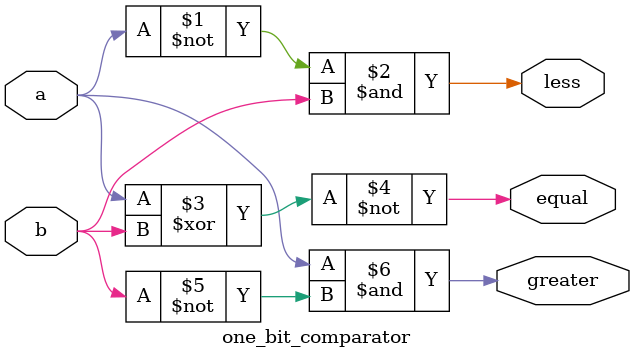
<source format=v>
module one_bit_comparator( a, b, less, equal, greater);

    // a and b are the input bits
    input a;
    input b;

    // Outputs
    output wire less;
    output wire equal;
    output wire greater;

    // Combinational Logic 
    assign less = ~a & b;
    assign equal = ~(a^b);
    assign greater = a & ~b;

endmodule
</source>
